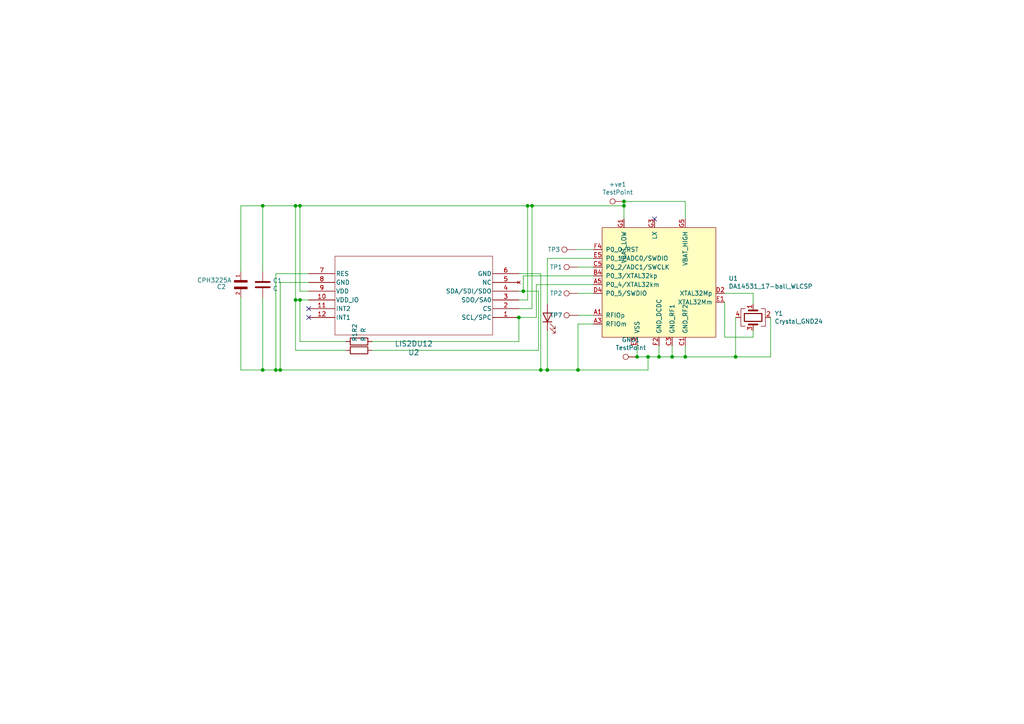
<source format=kicad_sch>
(kicad_sch (version 20250114) (generator "eeschema") (generator_version "9.0")
  (paper "A4")
  (lib_symbols
    (symbol "CPH3225A:CPH3225A" (pin_names (offset 1.016))
      (property "Reference" "C" (at 0 3.81 0))
      (property "Value" "CPH3225A" (at 0 -5.08 0))
      (symbol "CPH3225A_0_0"
        (rectangle (start 0 -1.905) (end 0.635 1.905) (stroke (width 0.1)) (fill (type outline)))
        (rectangle (start 1.905 -1.905) (end 2.54 1.905) (stroke (width 0.1)) (fill (type outline)))
        (pin passive line (at -2.54 0 0) (length 2.54) (name "~") (number "2"))
        (pin passive line (at 5.08 0 180) (length 2.54) (name "~") (number "1"))
      )
    )
    (symbol "Connector:TestPoint" (pin_numbers (hide yes)) (pin_names (offset 0.762) (hide yes))
      (property "Reference" "TP" (at 0 6.858 0))
      (property "Value" "TestPoint" (at 0 5.08 0))
      (symbol "TestPoint_0_1"
        (circle (center 0 3.302) (radius 0.762))
      )
      (symbol "TestPoint_1_1"
        (pin passive line (at 0 0 90) (length 2.54) (name "1") (number "1"))
      )
    )
    (symbol "Device:C" (pin_numbers (hide yes)) (pin_names (offset 0.254))
      (property "Reference" "C" (at 0.635 2.54 0))
      (property "Value" "C" (at 0.635 -2.54 0))
      (symbol "C_0_1"
        (polyline (pts (xy -2.032 0.762) (xy 2.032 0.762)) (stroke (width 0.508)))
        (polyline (pts (xy -2.032 -0.762) (xy 2.032 -0.762)) (stroke (width 0.508)))
      )
      (symbol "C_1_1"
        (pin passive line (at 0 3.81 270) (length 2.794) (name "~") (number "1"))
        (pin passive line (at 0 -3.81 90) (length 2.794) (name "~") (number "2"))
      )
    )
    (symbol "Device:Crystal_GND24" (pin_names (offset 1.016) (hide yes))
      (property "Reference" "Y" (at 3.175 5.08 0))
      (property "Value" "Crystal_GND24" (at 3.175 3.175 0))
      (symbol "Crystal_GND24_0_1"
        (polyline (pts (xy -2.54 2.286) (xy -2.54 3.556) (xy 2.54 3.556) (xy 2.54 2.286)))
        (polyline (pts (xy -2.54 0) (xy -2.032 0)))
        (polyline (pts (xy -2.54 -2.286) (xy -2.54 -3.556) (xy 2.54 -3.556) (xy 2.54 -2.286)))
        (polyline (pts (xy -2.032 -1.27) (xy -2.032 1.27)) (stroke (width 0.508)))
        (rectangle (start -1.143 2.54) (end 1.143 -2.54) (stroke (width 0.3048)))
        (polyline (pts (xy 0 3.556) (xy 0 3.81)))
        (polyline (pts (xy 0 -3.81) (xy 0 -3.556)))
        (polyline (pts (xy 2.032 0) (xy 2.54 0)))
        (polyline (pts (xy 2.032 -1.27) (xy 2.032 1.27)) (stroke (width 0.508)))
      )
      (symbol "Crystal_GND24_1_1"
        (pin passive line (at -3.81 0 0) (length 1.27) (name "1") (number "1"))
        (pin passive line (at 0 5.08 270) (length 1.27) (name "2") (number "2"))
        (pin passive line (at 0 -5.08 90) (length 1.27) (name "4") (number "4"))
        (pin passive line (at 3.81 0 180) (length 1.27) (name "3") (number "3"))
      )
    )
    (symbol "Device:LED" (pin_numbers (hide yes)) (pin_names (offset 1.016) (hide yes))
      (property "Reference" "D" (at 0 2.54 0))
      (property "Value" "LED" (at 0 -2.54 0))
      (symbol "LED_0_1"
        (polyline (pts (xy -3.048 -0.762) (xy -4.572 -2.286) (xy -3.81 -2.286) (xy -4.572 -2.286) (xy -4.572 -1.524)))
        (polyline (pts (xy -1.778 -0.762) (xy -3.302 -2.286) (xy -2.54 -2.286) (xy -3.302 -2.286) (xy -3.302 -1.524)))
        (polyline (pts (xy -1.27 0) (xy 1.27 0)))
        (polyline (pts (xy -1.27 -1.27) (xy -1.27 1.27)) (stroke (width 0.254)))
        (polyline (pts (xy 1.27 -1.27) (xy 1.27 1.27) (xy -1.27 0) (xy 1.27 -1.27)) (stroke (width 0.254)))
      )
      (symbol "LED_1_1"
        (pin passive line (at -3.81 0 0) (length 2.54) (name "K") (number "1"))
        (pin passive line (at 3.81 0 180) (length 2.54) (name "A") (number "2"))
      )
    )
    (symbol "Device:R" (pin_numbers (hide yes)) (pin_names (offset 0))
      (property "Reference" "R" (at 2.032 0 90))
      (property "Value" "R" (at 0 0 90))
      (symbol "R_0_1"
        (rectangle (start -1.016 -2.54) (end 1.016 2.54) (stroke (width 0.254)))
      )
      (symbol "R_1_1"
        (pin passive line (at 0 3.81 270) (length 1.27) (name "~") (number "1"))
        (pin passive line (at 0 -3.81 90) (length 1.27) (name "~") (number "2"))
      )
    )
    (symbol "LIS2DU12_library:LIS2DU12" (pin_names (offset 0.254))
      (property "Reference" "U" (at 30.48 10.16 0))
      (property "Value" "LIS2DU12" (at 30.48 7.62 0))
      (symbol "LIS2DU12_0_1"
        (polyline (pts (xy 7.62 5.08) (xy 7.62 -17.78)) (stroke (width 0.127)))
        (polyline (pts (xy 7.62 -17.78) (xy 53.34 -17.78)) (stroke (width 0.127)))
        (polyline (pts (xy 53.34 5.08) (xy 7.62 5.08)) (stroke (width 0.127)))
        (polyline (pts (xy 53.34 -17.78) (xy 53.34 5.08)) (stroke (width 0.127)))
        (pin bidirectional line (at 0 0 0) (length 7.62) (name "SCL/SPC") (number "1"))
        (pin bidirectional line (at 0 -2.54 0) (length 7.62) (name "CS") (number "2"))
        (pin bidirectional line (at 0 -5.08 0) (length 7.62) (name "SDO/SA0") (number "3"))
        (pin bidirectional line (at 0 -7.62 0) (length 7.62) (name "SDA/SDI/SDO") (number "4"))
        (pin no_connect line (at 0 -10.16 0) (length 7.62) (name "NC") (number "5"))
        (pin power_out line (at 0 -12.7 0) (length 7.62) (name "GND") (number "6"))
        (pin output line (at 60.96 0 180) (length 7.62) (name "INT1") (number "12"))
        (pin bidirectional line (at 60.96 -2.54 180) (length 7.62) (name "INT2") (number "11"))
        (pin power_in line (at 60.96 -5.08 180) (length 7.62) (name "VDD_IO") (number "10"))
        (pin power_in line (at 60.96 -7.62 180) (length 7.62) (name "VDD") (number "9"))
        (pin power_out line (at 60.96 -10.16 180) (length 7.62) (name "GND") (number "8"))
        (pin power_out line (at 60.96 -12.7 180) (length 7.62) (name "RES") (number "7"))
      )
    )
    (symbol "receiver-rescue:DA14531_17-ball_WLCSP-da14531" (pin_names (offset 1.016))
      (property "Reference" "U" (at 0 0 0))
      (property "Value" "da14531_DA14531_17-ball_WLCSP" (at 0 2.54 0))
      (symbol "DA14531_17-ball_WLCSP-da14531_0_1"
        (rectangle (start -16.51 15.24) (end 16.51 -16.51) (fill (type background)))
      )
      (symbol "DA14531_17-ball_WLCSP-da14531_1_1"
        (pin bidirectional line (at -19.05 8.89 0) (length 2.54) (name "P0_0/RST") (number "F4"))
        (pin bidirectional line (at -19.05 6.35 0) (length 2.54) (name "P0_1/ADC0/SWDIO") (number "E5"))
        (pin bidirectional line (at -19.05 3.81 0) (length 2.54) (name "P0_2/ADC1/SWCLK") (number "C5"))
        (pin bidirectional line (at -19.05 1.27 0) (length 2.54) (name "P0_3/XTAL32kp") (number "B4"))
        (pin bidirectional line (at -19.05 -1.27 0) (length 2.54) (name "P0_4/XTAL32km") (number "A5"))
        (pin bidirectional line (at -19.05 -3.81 0) (length 2.54) (name "P0_5/SWDIO") (number "D4"))
        (pin bidirectional line (at -19.05 -10.16 0) (length 2.54) (name "RFIOp") (number "A1"))
        (pin bidirectional line (at -19.05 -12.7 0) (length 2.54) (name "RFIOm") (number "A3"))
        (pin bidirectional line (at -10.16 17.78 270) (length 2.54) (name "VBAT_LOW") (number "G1"))
        (pin bidirectional line (at -6.35 -19.05 90) (length 2.54) (name "VSS") (number "E3"))
        (pin bidirectional line (at -1.27 17.78 270) (length 2.54) (name "LX") (number "G3"))
        (pin bidirectional line (at 0 -19.05 90) (length 2.54) (name "GND_DCDC") (number "F2"))
        (pin bidirectional line (at 3.81 -19.05 90) (length 2.54) (name "GND_RF1") (number "C3"))
        (pin bidirectional line (at 7.62 17.78 270) (length 2.54) (name "VBAT_HIGH") (number "G5"))
        (pin bidirectional line (at 7.62 -19.05 90) (length 2.54) (name "GND_RF2") (number "C1"))
        (pin bidirectional line (at 19.05 -3.81 180) (length 2.54) (name "XTAL32Mp") (number "D2"))
        (pin bidirectional line (at 19.05 -6.35 180) (length 2.54) (name "XTAL32Mm") (number "E1"))
      )
    )
  )
  (junction (at 194.945 103.505))
  (junction (at 156.845 107.315))
  (junction (at 184.785 103.505))
  (junction (at 150.495 92.075))
  (junction (at 198.755 103.505))
  (junction (at 80.01 107.315))
  (junction (at 167.64 107.315))
  (junction (at 153.035 59.69))
  (junction (at 180.975 58.42))
  (junction (at 213.36 103.505))
  (junction (at 191.135 103.505))
  (junction (at 86.995 86.995))
  (junction (at 85.725 59.69))
  (junction (at 180.975 59.69))
  (junction (at 187.96 103.505))
  (junction (at 76.2 107.315))
  (junction (at 154.305 59.69))
  (junction (at 76.2 59.69))
  (junction (at 85.725 86.995))
  (junction (at 86.995 59.69))
  (junction (at 158.75 107.315))
  (junction (at 81.28 107.315))
  (junction (at 151.765 84.455))
  (no_connect (at 189.865 63.5))
  (no_connect (at 89.535 92.075))
  (no_connect (at 89.535 89.535))
  (wire (pts (xy 80.01 107.315) (xy 81.28 107.315)))
  (wire (pts (xy 198.755 63.5) (xy 198.755 58.42)))
  (wire (pts (xy 69.85 59.69) (xy 69.85 78.74)))
  (wire (pts (xy 151.765 84.455) (xy 156.21 84.455)))
  (wire (pts (xy 210.185 87.63) (xy 210.185 97.79)))
  (wire (pts (xy 86.995 86.995) (xy 85.725 86.995)))
  (wire (pts (xy 191.135 100.33) (xy 191.135 103.505)))
  (wire (pts (xy 172.085 93.98) (xy 167.64 93.98)))
  (wire (pts (xy 218.44 85.09) (xy 218.44 88.265)))
  (wire (pts (xy 76.2 86.36) (xy 76.2 107.315)))
  (wire (pts (xy 156.21 84.455) (xy 156.21 101.6)))
  (wire (pts (xy 154.305 59.69) (xy 180.975 59.69)))
  (wire (pts (xy 151.765 80.01) (xy 151.765 84.455)))
  (wire (pts (xy 76.2 59.69) (xy 85.725 59.69)))
  (wire (pts (xy 167.64 107.315) (xy 187.96 107.315)))
  (wire (pts (xy 156.21 101.6) (xy 107.95 101.6)))
  (wire (pts (xy 210.185 85.09) (xy 218.44 85.09)))
  (wire (pts (xy 198.755 58.42) (xy 180.975 58.42)))
  (wire (pts (xy 89.535 79.375) (xy 80.01 79.375)))
  (wire (pts (xy 155.575 82.55) (xy 172.085 82.55)))
  (wire (pts (xy 187.96 107.315) (xy 187.96 103.505)))
  (wire (pts (xy 156.845 79.375) (xy 156.845 107.315)))
  (wire (pts (xy 100.33 99.06) (xy 86.995 99.06)))
  (wire (pts (xy 167.64 91.44) (xy 172.085 91.44)))
  (wire (pts (xy 150.495 79.375) (xy 156.845 79.375)))
  (wire (pts (xy 150.495 84.455) (xy 151.765 84.455)))
  (wire (pts (xy 210.185 97.79) (xy 218.44 97.79)))
  (wire (pts (xy 86.995 59.69) (xy 153.035 59.69)))
  (wire (pts (xy 184.785 103.505) (xy 187.96 103.505)))
  (wire (pts (xy 100.33 101.6) (xy 85.725 101.6)))
  (wire (pts (xy 158.75 107.315) (xy 167.64 107.315)))
  (wire (pts (xy 76.2 78.74) (xy 76.2 59.69)))
  (wire (pts (xy 191.135 103.505) (xy 194.945 103.505)))
  (wire (pts (xy 89.535 81.915) (xy 81.28 81.915)))
  (wire (pts (xy 158.75 74.93) (xy 172.085 74.93)))
  (wire (pts (xy 150.495 86.995) (xy 153.035 86.995)))
  (wire (pts (xy 155.575 92.075) (xy 150.495 92.075)))
  (wire (pts (xy 86.995 84.455) (xy 86.995 59.69)))
  (wire (pts (xy 150.495 89.535) (xy 154.305 89.535)))
  (wire (pts (xy 89.535 84.455) (xy 86.995 84.455)))
  (wire (pts (xy 153.035 59.69) (xy 154.305 59.69)))
  (wire (pts (xy 198.755 103.505) (xy 198.755 100.33)))
  (wire (pts (xy 184.785 100.33) (xy 184.785 103.505)))
  (wire (pts (xy 194.945 103.505) (xy 198.755 103.505)))
  (wire (pts (xy 198.755 103.505) (xy 213.36 103.505)))
  (wire (pts (xy 167.64 85.09) (xy 172.085 85.09)))
  (wire (pts (xy 180.975 59.69) (xy 180.975 63.5)))
  (wire (pts (xy 158.75 74.93) (xy 158.75 88.265)))
  (wire (pts (xy 85.725 59.69) (xy 86.995 59.69)))
  (wire (pts (xy 89.535 86.995) (xy 86.995 86.995)))
  (wire (pts (xy 151.765 80.01) (xy 172.085 80.01)))
  (wire (pts (xy 194.945 100.33) (xy 194.945 103.505)))
  (wire (pts (xy 85.725 86.995) (xy 85.725 59.69)))
  (wire (pts (xy 156.845 107.315) (xy 158.75 107.315)))
  (wire (pts (xy 154.305 89.535) (xy 154.305 59.69)))
  (wire (pts (xy 167.005 72.39) (xy 172.085 72.39)))
  (wire (pts (xy 187.96 103.505) (xy 191.135 103.505)))
  (wire (pts (xy 180.975 58.42) (xy 180.975 59.69)))
  (wire (pts (xy 81.28 81.915) (xy 81.28 107.315)))
  (wire (pts (xy 69.85 86.36) (xy 69.85 107.315)))
  (wire (pts (xy 167.64 77.47) (xy 172.085 77.47)))
  (wire (pts (xy 81.28 107.315) (xy 156.845 107.315)))
  (wire (pts (xy 76.2 59.69) (xy 69.85 59.69)))
  (wire (pts (xy 223.52 103.505) (xy 213.36 103.505)))
  (wire (pts (xy 107.95 99.06) (xy 150.495 99.06)))
  (wire (pts (xy 69.85 107.315) (xy 76.2 107.315)))
  (wire (pts (xy 80.01 79.375) (xy 80.01 107.315)))
  (wire (pts (xy 76.2 107.315) (xy 80.01 107.315)))
  (wire (pts (xy 158.75 95.885) (xy 158.75 107.315)))
  (wire (pts (xy 223.52 92.075) (xy 223.52 103.505)))
  (wire (pts (xy 167.64 93.98) (xy 167.64 107.315)))
  (wire (pts (xy 213.36 103.505) (xy 213.36 92.075)))
  (wire (pts (xy 85.725 101.6) (xy 85.725 86.995)))
  (wire (pts (xy 150.495 99.06) (xy 150.495 92.075)))
  (wire (pts (xy 86.995 99.06) (xy 86.995 86.995)))
  (wire (pts (xy 153.035 86.995) (xy 153.035 59.69)))
  (wire (pts (xy 155.575 92.075) (xy 155.575 82.55)))
  (wire (pts (xy 218.44 97.79) (xy 218.44 95.885)))
  (symbol (lib_id "receiver-rescue:DA14531_17-ball_WLCSP-da14531") (at 191.135 81.28 0) (unit 1)
    (property "Reference" "U1" (at 211.3026 80.7466 0) (effects (justify left)))
    (property "Value" "DA14531_17-ball_WLCSP" (at 211.3026 83.058 0) (effects (justify left)))
    (property "Footprint" "Library:DA14531_17-ball_WLCSP" (effects (hide yes)))
  )
  (symbol (lib_id "Device:Crystal_GND24") (at 218.44 92.075 270) (unit 1)
    (property "Reference" "Y1" (at 224.6376 90.9066 90) (effects (justify left)))
    (property "Value" "Crystal_GND24" (at 224.6376 93.218 90) (effects (justify left)))
    (property "Footprint" "Library:Crystal_SMD_Abracon_ABM13W-4Pin_1.2x1.0mm" (effects (hide yes)))
  )
  (symbol (lib_id "Connector:TestPoint") (at 167.64 91.44 90) (unit 1)
    (property "Reference" "TP7" (at 161.29 91.44 90))
    (property "Value" "TestPoint" (effects (hide yes)))
    (property "Footprint" "Connector_Wire:SolderWirePad_1x01_SMD_1x2mm" (effects (hide yes)))
  )
  (symbol (lib_id "Connector:TestPoint") (at 184.785 103.505 90) (unit 1)
    (property "Reference" "GND1" (at 182.9562 98.552 90))
    (property "Value" "TestPoint" (at 182.9562 100.8634 90))
    (property "Footprint" "TestPoint:TestPoint_Pad_1.0x1.0mm" (effects (hide yes)))
  )
  (symbol (lib_id "Connector:TestPoint") (at 180.975 58.42 90) (unit 1)
    (property "Reference" "+ve1" (at 179.1462 53.467 90))
    (property "Value" "TestPoint" (at 179.1462 55.7784 90))
    (property "Footprint" "TestPoint:TestPoint_Pad_1.0x1.0mm" (effects (hide yes)))
  )
  (symbol (lib_id "Device:C") (at 76.2 82.55 0) (unit 1)
    (property "Reference" "C1" (at 79.121 81.3816 0) (effects (justify left)))
    (property "Value" "C" (at 79.121 83.693 0) (effects (justify left)))
    (property "Footprint" "Capacitor_SMD:C_0201_0603Metric" (effects (hide yes)))
  )
  (symbol (lib_id "Device:R") (at 104.14 99.06 90) (unit 1)
    (property "Reference" "R2" (at 102.8699 96.52 0) (effects (justify left)))
    (property "Value" "R" (at 105.4099 96.52 0) (effects (justify left)))
    (property "Description" "Resistor" (effects (hide yes)))
  )
  (symbol (lib_id "Device:LED") (at 158.75 92.075 90) (unit 1)
    (property "Reference" "D1" (effects (hide yes)))
    (property "Value" "LED" (effects (hide yes)))
    (property "Footprint" "BeeTracking:KPG-0402SURKKC-TT" (effects (hide yes)))
    (property "Description" "Light emitting diode" (effects (hide yes)))
    (property "Sim.Pins" "1=K 2=A" (effects (hide yes)))
  )
  (symbol (lib_id "CPH3225A:CPH3225A") (at 69.85 83.82 90) (unit 1)
    (property "Reference" "C2" (at 62.865 83.185 90) (effects (justify right)))
    (property "Value" "CPH3225A" (at 57.15 81.28 90) (effects (justify right)))
    (property "Footprint" "Library:CAPCP3225X100N" (effects (hide yes)))
    (property "Description" "\n11 mF (EDLC) Supercapacitor 3.3 V 1210 (3225 Metric) - -\n" (effects (hide yes)))
    (property "MF" "Seiko Instruments" (effects (hide yes)))
    (property "Package" "1210 Seiko" (effects (hide yes)))
    (property "Price" "None" (effects (hide yes)))
    (property "SnapEDA_Link" "https://www.snapeda.com/parts/CPH3225A/Seiko+Instruments/view-part/?ref=snap" (effects (hide yes)))
    (property "MP" "CPH3225A" (effects (hide yes)))
    (property "Availability" "In Stock" (effects (hide yes)))
    (property "Check_prices" "https://www.snapeda.com/parts/CPH3225A/Seiko+Instruments/view-part/?ref=eda" (effects (hide yes)))
  )
  (symbol (lib_id "Connector:TestPoint") (at 167.64 77.47 90) (unit 1)
    (property "Reference" "TP1" (at 161.29 77.47 90))
    (property "Value" "TestPoint" (effects (hide yes)))
    (property "Footprint" "TestPoint:TestPoint_Pad_1.0x1.0mm" (effects (hide yes)))
  )
  (symbol (lib_id "Connector:TestPoint") (at 167.005 72.39 90) (unit 1)
    (property "Reference" "TP3" (at 160.655 72.39 90))
    (property "Value" "TestPoint" (effects (hide yes)))
    (property "Footprint" "Connector_Wire:SolderWirePad_1x01_SMD_1x2mm" (effects (hide yes)))
  )
  (symbol (lib_id "Device:R") (at 104.14 101.6 90) (unit 1)
    (property "Reference" "R1" (at 102.8699 99.06 0) (effects (justify left)))
    (property "Value" "R" (at 105.4099 99.06 0) (effects (justify left)))
    (property "Description" "Resistor" (effects (hide yes)))
  )
  (symbol (lib_id "Connector:TestPoint") (at 167.64 85.09 90) (unit 1)
    (property "Reference" "TP2" (at 161.29 85.09 90))
    (property "Value" "TestPoint" (effects (hide yes)))
    (property "Footprint" "TestPoint:TestPoint_Pad_1.0x1.0mm" (effects (hide yes)))
  )
  (symbol (lib_id "LIS2DU12_library:LIS2DU12") (at 150.495 92.075 180) (unit 1)
    (property "Reference" "U2" (at 120.015 102.235 0) (effects (font (size 1.524 1.524))))
    (property "Value" "LIS2DU12" (at 120.015 99.695 0) (effects (font (size 1.524 1.524))))
    (property "Footprint" "BeeTracking:LGA-12L_LIS2DU12_STM" (effects (hide yes)))
    (property "Datasheet" "LIS2DU12" (effects (hide yes)))
  )
)
</source>
